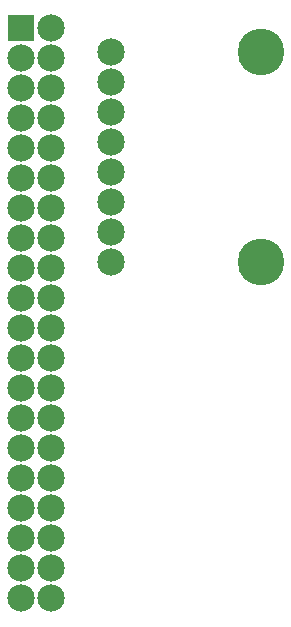
<source format=gbr>
G04 #@! TF.FileFunction,Soldermask,Top*
%FSLAX46Y46*%
G04 Gerber Fmt 4.6, Leading zero omitted, Abs format (unit mm)*
G04 Created by KiCad (PCBNEW 4.0.7-e2-6376~58~ubuntu16.04.1) date Mon Apr  2 14:55:01 2018*
%MOMM*%
%LPD*%
G01*
G04 APERTURE LIST*
%ADD10C,0.100000*%
%ADD11C,2.305000*%
%ADD12C,3.956000*%
%ADD13R,2.305000X2.305000*%
G04 APERTURE END LIST*
D10*
D11*
X59944000Y-72390000D03*
X59944000Y-69850000D03*
X59944000Y-67310000D03*
X59944000Y-64770000D03*
X59944000Y-62230000D03*
X59944000Y-59690000D03*
X59944000Y-57150000D03*
X59944000Y-54610000D03*
D12*
X72644000Y-72390000D03*
X72644000Y-54610000D03*
D13*
X52324000Y-52578000D03*
D11*
X54864000Y-52578000D03*
X52324000Y-55118000D03*
X54864000Y-55118000D03*
X52324000Y-57658000D03*
X54864000Y-57658000D03*
X52324000Y-60198000D03*
X54864000Y-60198000D03*
X52324000Y-62738000D03*
X54864000Y-62738000D03*
X52324000Y-65278000D03*
X54864000Y-65278000D03*
X52324000Y-67818000D03*
X54864000Y-67818000D03*
X52324000Y-70358000D03*
X54864000Y-70358000D03*
X52324000Y-72898000D03*
X54864000Y-72898000D03*
X52324000Y-75438000D03*
X54864000Y-75438000D03*
X52324000Y-77978000D03*
X54864000Y-77978000D03*
X52324000Y-80518000D03*
X54864000Y-80518000D03*
X52324000Y-83058000D03*
X54864000Y-83058000D03*
X52324000Y-85598000D03*
X54864000Y-85598000D03*
X52324000Y-88138000D03*
X54864000Y-88138000D03*
X52324000Y-90678000D03*
X54864000Y-90678000D03*
X52324000Y-93218000D03*
X54864000Y-93218000D03*
X52324000Y-95758000D03*
X54864000Y-95758000D03*
X52324000Y-98298000D03*
X54864000Y-98298000D03*
X52324000Y-100838000D03*
X54864000Y-100838000D03*
M02*

</source>
